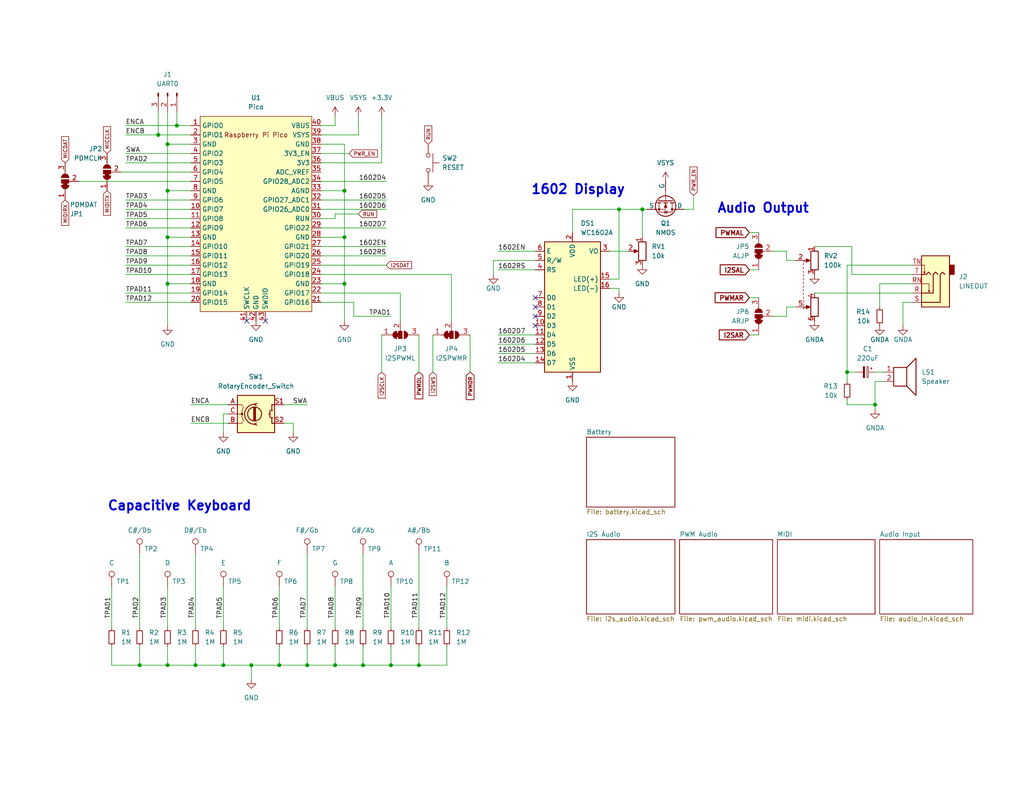
<source format=kicad_sch>
(kicad_sch (version 20230121) (generator eeschema)
  (paper "A")
  (title_block (title "pico_synth_sandbox") (date "2023-08-30") (rev "1") (comment 3 "dcdalrymple.com/picosynth/") (comment 4 "D Cooper Dalrymple"))
  (lib_symbols
    (symbol "Connector:Conn_01x03_Pin" (pin_names (offset 1.016) hide)
      (property "Reference" "J" (at 0 5.08 0))
      (property "Value" "Conn_01x03_Pin" (at 0 -5.08 0))
      (symbol "Conn_01x03_Pin_1_1"
        (polyline (pts (xy 1.27 -2.54) (xy 0.8636 -2.54)) (stroke (width 0.1524)))
        (polyline (pts (xy 1.27 0) (xy 0.8636 0)) (stroke (width 0.1524)))
        (polyline (pts (xy 1.27 2.54) (xy 0.8636 2.54)) (stroke (width 0.1524)))
        (rectangle (start 0.8636 -2.413) (end 0 -2.667) (stroke (width 0.1524)) (fill (type outline)))
        (rectangle (start 0.8636 0.127) (end 0 -0.127) (stroke (width 0.1524)) (fill (type outline)))
        (rectangle (start 0.8636 2.667) (end 0 2.413) (stroke (width 0.1524)) (fill (type outline)))
        (pin passive line (at 5.08 2.54 180) (length 3.81) (name "Pin_1") (number "1"))
        (pin passive line (at 5.08 0 180) (length 3.81) (name "Pin_2") (number "2"))
        (pin passive line (at 5.08 -2.54 180) (length 3.81) (name "Pin_3") (number "3"))
      )
    )
    (symbol "Connector:TestPoint" (pin_numbers hide) (pin_names (offset 0.762) hide)
      (property "Reference" "TP" (at 0 6.858 0))
      (property "Value" "TestPoint" (at 0 5.08 0))
      (symbol "TestPoint_0_1"
        (circle (center 0 3.302) (radius 0.762))
      )
      (symbol "TestPoint_1_1"
        (pin passive line (at 0 0 90) (length 2.54) (name "1") (number "1"))
      )
    )
    (symbol "Connector_Audio:AudioJack3_SwitchTR"
      (property "Reference" "J" (at 0 8.89 0))
      (property "Value" "AudioJack3_SwitchTR" (at 0 6.35 0))
      (symbol "AudioJack3_SwitchTR_0_1"
        (rectangle (start -5.08 -5.08) (end -6.35 -7.62) (stroke (width 0.254)) (fill (type outline)))
        (polyline (pts (xy 0.508 -0.254) (xy 0.762 -0.762)))
        (polyline (pts (xy 1.778 -5.334) (xy 2.032 -5.842)))
        (polyline (pts (xy 0 -5.08) (xy 0.635 -5.715) (xy 1.27 -5.08) (xy 2.54 -5.08)) (stroke (width 0.254)))
        (polyline (pts (xy 2.54 -7.62) (xy 1.778 -7.62) (xy 1.778 -5.334) (xy 1.524 -5.842)))
        (polyline (pts (xy 2.54 -2.54) (xy 0.508 -2.54) (xy 0.508 -0.254) (xy 0.254 -0.762)))
        (polyline (pts (xy -1.905 -5.08) (xy -1.27 -5.715) (xy -0.635 -5.08) (xy -0.635 0) (xy 2.54 0)) (stroke (width 0.254)))
        (polyline (pts (xy 2.54 2.54) (xy -2.54 2.54) (xy -2.54 -5.08) (xy -3.175 -5.715) (xy -3.81 -5.08)) (stroke (width 0.254)))
        (rectangle (start 2.54 3.81) (end -5.08 -10.16) (stroke (width 0.254)) (fill (type background)))
      )
      (symbol "AudioJack3_SwitchTR_1_1"
        (pin passive line (at 5.08 0 180) (length 2.54) (name "~") (number "R"))
        (pin passive line (at 5.08 -2.54 180) (length 2.54) (name "~") (number "RN"))
        (pin passive line (at 5.08 2.54 180) (length 2.54) (name "~") (number "S"))
        (pin passive line (at 5.08 -5.08 180) (length 2.54) (name "~") (number "T"))
        (pin passive line (at 5.08 -7.62 180) (length 2.54) (name "~") (number "TN"))
      )
    )
    (symbol "Device:C_Polarized_Small" (pin_numbers hide) (pin_names (offset 0.254) hide)
      (property "Reference" "C" (at 0.254 1.778 0))
      (property "Value" "C_Polarized_Small" (at 0.254 -2.032 0))
      (symbol "C_Polarized_Small_0_1"
        (rectangle (start -1.524 -0.3048) (end 1.524 -0.6858) (fill (type outline)))
        (rectangle (start -1.524 0.6858) (end 1.524 0.3048))
        (polyline (pts (xy -1.27 1.524) (xy -0.762 1.524)))
        (polyline (pts (xy -1.016 1.27) (xy -1.016 1.778)))
      )
      (symbol "C_Polarized_Small_1_1"
        (pin passive line (at 0 2.54 270) (length 1.8542) (name "~") (number "1"))
        (pin passive line (at 0 -2.54 90) (length 1.8542) (name "~") (number "2"))
      )
    )
    (symbol "Device:R_Potentiometer" (pin_names (offset 1.016) hide)
      (property "Reference" "RV" (at -4.445 0 90))
      (property "Value" "R_Potentiometer" (at -2.54 0 90))
      (symbol "R_Potentiometer_0_1"
        (polyline (pts (xy 2.54 0) (xy 1.524 0)))
        (polyline (pts (xy 1.143 0) (xy 2.286 0.508) (xy 2.286 -0.508) (xy 1.143 0)) (fill (type outline)))
        (rectangle (start 1.016 2.54) (end -1.016 -2.54) (stroke (width 0.254)))
      )
      (symbol "R_Potentiometer_1_1"
        (pin passive line (at 0 3.81 270) (length 1.27) (name "1") (number "1"))
        (pin passive line (at 3.81 0 180) (length 1.27) (name "2") (number "2"))
        (pin passive line (at 0 -3.81 90) (length 1.27) (name "3") (number "3"))
      )
    )
    (symbol "Device:R_Potentiometer_Dual" (pin_names (offset 1.016) hide)
      (property "Reference" "RV" (at 0 3.81 0))
      (property "Value" "R_Potentiometer_Dual" (at 0 1.905 0))
      (symbol "R_Potentiometer_Dual_0_1"
        (rectangle (start -8.89 -1.524) (end -3.81 -3.556) (stroke (width 0.254)))
        (polyline (pts (xy -6.35 0) (xy -6.35 -1.016)))
        (polyline (pts (xy -6.35 0) (xy -6.35 -1.016)))
        (polyline (pts (xy -6.35 0) (xy -5.842 0.508)))
        (polyline (pts (xy -5.588 0.508) (xy -5.08 0.508)))
        (polyline (pts (xy -4.572 0.508) (xy -4.064 0.508)))
        (polyline (pts (xy -3.556 0.508) (xy -3.048 0.508)))
        (polyline (pts (xy -2.54 0.508) (xy -2.032 0.508)))
        (polyline (pts (xy -1.524 0.508) (xy -1.016 0.508)))
        (polyline (pts (xy -0.508 0.508) (xy 0 0.508)))
        (polyline (pts (xy 0.508 0.508) (xy 1.016 0.508)))
        (polyline (pts (xy 1.524 0.508) (xy 2.032 0.508)))
        (polyline (pts (xy 2.54 0.508) (xy 3.048 0.508)))
        (polyline (pts (xy 3.556 0.508) (xy 4.064 0.508)))
        (polyline (pts (xy 4.572 0.508) (xy 5.08 0.508)))
        (polyline (pts (xy 5.588 0.508) (xy 6.096 0.508)))
        (polyline (pts (xy 6.35 0) (xy 6.35 -1.016)))
        (polyline (pts (xy 6.35 0) (xy 6.35 -1.016)))
        (polyline (pts (xy 6.604 0.508) (xy 6.858 0.508) (xy 6.35 0)))
        (polyline (pts (xy -6.35 -1.397) (xy -6.858 -0.254) (xy -5.842 -0.254) (xy -6.35 -1.397)) (fill (type outline)))
        (polyline (pts (xy 6.35 -1.397) (xy 5.842 -0.254) (xy 6.858 -0.254) (xy 6.35 -1.397)) (fill (type outline)))
        (rectangle (start 3.81 -1.524) (end 8.89 -3.556) (stroke (width 0.254)))
      )
      (symbol "R_Potentiometer_Dual_1_1"
        (pin passive line (at -10.16 -2.54 0) (length 1.27) (name "1") (number "1"))
        (pin passive line (at -6.35 2.54 270) (length 2.54) (name "2") (number "2"))
        (pin passive line (at -2.54 -2.54 180) (length 1.27) (name "3") (number "3"))
        (pin passive line (at 2.54 -2.54 0) (length 1.27) (name "4") (number "4"))
        (pin passive line (at 6.35 2.54 270) (length 2.54) (name "5") (number "5"))
        (pin passive line (at 10.16 -2.54 180) (length 1.27) (name "6") (number "6"))
      )
    )
    (symbol "Device:R_Small" (pin_numbers hide) (pin_names (offset 0.254) hide)
      (property "Reference" "R" (at 0.762 0.508 0))
      (property "Value" "R_Small" (at 0.762 -1.016 0))
      (symbol "R_Small_0_1"
        (rectangle (start -0.762 1.778) (end 0.762 -1.778) (stroke (width 0.2032)))
      )
      (symbol "R_Small_1_1"
        (pin passive line (at 0 2.54 270) (length 0.762) (name "~") (number "1"))
        (pin passive line (at 0 -2.54 90) (length 0.762) (name "~") (number "2"))
      )
    )
    (symbol "Device:RotaryEncoder_Switch" (pin_names (offset 0.254) hide)
      (property "Reference" "SW" (at 0 6.604 0))
      (property "Value" "RotaryEncoder_Switch" (at 0 -6.604 0))
      (symbol "RotaryEncoder_Switch_0_1"
        (rectangle (start -5.08 5.08) (end 5.08 -5.08) (stroke (width 0.254)) (fill (type background)))
        (circle (center -3.81 0) (radius 0.254) (fill (type outline)))
        (circle (center -0.381 0) (radius 1.905) (stroke (width 0.254)))
        (arc (start -0.381 2.667) (mid -3.0988 -0.0635) (end -0.381 -2.794) (stroke (width 0.254)))
        (polyline (pts (xy -0.635 -1.778) (xy -0.635 1.778)) (stroke (width 0.254)))
        (polyline (pts (xy -0.381 -1.778) (xy -0.381 1.778)) (stroke (width 0.254)))
        (polyline (pts (xy -0.127 1.778) (xy -0.127 -1.778)) (stroke (width 0.254)))
        (polyline (pts (xy 3.81 0) (xy 3.429 0)) (stroke (width 0.254)))
        (polyline (pts (xy 3.81 1.016) (xy 3.81 -1.016)) (stroke (width 0.254)))
        (polyline (pts (xy -5.08 -2.54) (xy -3.81 -2.54) (xy -3.81 -2.032)))
        (polyline (pts (xy -5.08 2.54) (xy -3.81 2.54) (xy -3.81 2.032)))
        (polyline (pts (xy 0.254 -3.048) (xy -0.508 -2.794) (xy 0.127 -2.413)) (stroke (width 0.254)))
        (polyline (pts (xy 0.254 2.921) (xy -0.508 2.667) (xy 0.127 2.286)) (stroke (width 0.254)))
        (polyline (pts (xy 5.08 -2.54) (xy 4.318 -2.54) (xy 4.318 -1.016)) (stroke (width 0.254)))
        (polyline (pts (xy 5.08 2.54) (xy 4.318 2.54) (xy 4.318 1.016)) (stroke (width 0.254)))
        (polyline (pts (xy -5.08 0) (xy -3.81 0) (xy -3.81 -1.016) (xy -3.302 -2.032)))
        (polyline (pts (xy -4.318 0) (xy -3.81 0) (xy -3.81 1.016) (xy -3.302 2.032)))
        (circle (center 4.318 -1.016) (radius 0.127) (stroke (width 0.254)))
        (circle (center 4.318 1.016) (radius 0.127) (stroke (width 0.254)))
      )
      (symbol "RotaryEncoder_Switch_1_1"
        (pin passive line (at -7.62 2.54 0) (length 2.54) (name "A") (number "A"))
        (pin passive line (at -7.62 -2.54 0) (length 2.54) (name "B") (number "B"))
        (pin passive line (at -7.62 0 0) (length 2.54) (name "C") (number "C"))
        (pin passive line (at 7.62 2.54 180) (length 2.54) (name "S1") (number "S1"))
        (pin passive line (at 7.62 -2.54 180) (length 2.54) (name "S2") (number "S2"))
      )
    )
    (symbol "Device:Speaker" (pin_names (offset 0) hide)
      (property "Reference" "LS" (at 1.27 5.715 0))
      (property "Value" "Speaker" (at 1.27 3.81 0))
      (symbol "Speaker_0_0"
        (rectangle (start -2.54 1.27) (end 1.016 -3.81) (stroke (width 0.254)))
        (polyline (pts (xy 1.016 1.27) (xy 3.556 3.81) (xy 3.556 -6.35) (xy 1.016 -3.81)) (stroke (width 0.254)))
      )
      (symbol "Speaker_1_1"
        (pin input line (at -5.08 0 0) (length 2.54) (name "1") (number "1"))
        (pin input line (at -5.08 -2.54 0) (length 2.54) (name "2") (number "2"))
      )
    )
    (symbol "Display_Character:WC1602A"
      (property "Reference" "DS" (at -5.842 19.05 0))
      (property "Value" "WC1602A" (at 5.334 19.05 0))
      (symbol "WC1602A_1_1"
        (rectangle (start -7.62 17.78) (end 7.62 -17.78) (stroke (width 0.254)) (fill (type background)))
        (pin power_in line (at 0 -20.32 90) (length 2.54) (name "VSS") (number "1"))
        (pin input line (at -10.16 -5.08 0) (length 2.54) (name "D3") (number "10"))
        (pin input line (at -10.16 -7.62 0) (length 2.54) (name "D4") (number "11"))
        (pin input line (at -10.16 -10.16 0) (length 2.54) (name "D5") (number "12"))
        (pin input line (at -10.16 -12.7 0) (length 2.54) (name "D6") (number "13"))
        (pin input line (at -10.16 -15.24 0) (length 2.54) (name "D7") (number "14"))
        (pin power_in line (at 10.16 7.62 180) (length 2.54) (name "LED(+)") (number "15"))
        (pin power_in line (at 10.16 5.08 180) (length 2.54) (name "LED(-)") (number "16"))
        (pin power_in line (at 0 20.32 270) (length 2.54) (name "VDD") (number "2"))
        (pin input line (at 10.16 15.24 180) (length 2.54) (name "VO") (number "3"))
        (pin input line (at -10.16 10.16 0) (length 2.54) (name "RS") (number "4"))
        (pin input line (at -10.16 12.7 0) (length 2.54) (name "R/W") (number "5"))
        (pin input line (at -10.16 15.24 0) (length 2.54) (name "E") (number "6"))
        (pin input line (at -10.16 2.54 0) (length 2.54) (name "D0") (number "7"))
        (pin input line (at -10.16 0 0) (length 2.54) (name "D1") (number "8"))
        (pin input line (at -10.16 -2.54 0) (length 2.54) (name "D2") (number "9"))
      )
    )
    (symbol "Jumper:SolderJumper_3_Bridged12" (pin_names (offset 0) hide)
      (property "Reference" "JP" (at -2.54 -2.54 0))
      (property "Value" "SolderJumper_3_Bridged12" (at 0 2.794 0))
      (symbol "SolderJumper_3_Bridged12_0_1"
        (rectangle (start -1.016 0.508) (end -0.508 -0.508) (fill (type outline)))
        (arc (start -1.016 1.016) (mid -2.0276 0) (end -1.016 -1.016))
        (arc (start -1.016 1.016) (mid -2.0276 0) (end -1.016 -1.016) (fill (type outline)))
        (rectangle (start -0.508 1.016) (end 0.508 -1.016) (fill (type outline)))
        (polyline (pts (xy -2.54 0) (xy -2.032 0)))
        (polyline (pts (xy -1.016 1.016) (xy -1.016 -1.016)))
        (polyline (pts (xy 0 -1.27) (xy 0 -1.016)))
        (polyline (pts (xy 1.016 1.016) (xy 1.016 -1.016)))
        (polyline (pts (xy 2.54 0) (xy 2.032 0)))
        (arc (start 1.016 -1.016) (mid 2.0276 0) (end 1.016 1.016))
        (arc (start 1.016 -1.016) (mid 2.0276 0) (end 1.016 1.016) (fill (type outline)))
      )
      (symbol "SolderJumper_3_Bridged12_1_1"
        (pin passive line (at -5.08 0 0) (length 2.54) (name "A") (number "1"))
        (pin passive line (at 0 -3.81 90) (length 2.54) (name "C") (number "2"))
        (pin passive line (at 5.08 0 180) (length 2.54) (name "B") (number "3"))
      )
    )
    (symbol "MCU_RaspberryPi_and_Boards:Pico"
      (property "Reference" "U" (at -13.97 27.94 0))
      (property "Value" "Pico" (at 0 19.05 0))
      (symbol "Pico_0_0"
        (text "Raspberry Pi Pico" (at 0 21.59 0) (effects (font (size 1.27 1.27))))
      )
      (symbol "Pico_0_1"
        (rectangle (start -15.24 26.67) (end 15.24 -26.67) (fill (type background)))
      )
      (symbol "Pico_1_1"
        (pin bidirectional line (at -17.78 24.13 0) (length 2.54) (name "GPIO0") (number "1"))
        (pin bidirectional line (at -17.78 1.27 0) (length 2.54) (name "GPIO7") (number "10"))
        (pin bidirectional line (at -17.78 -1.27 0) (length 2.54) (name "GPIO8") (number "11"))
        (pin bidirectional line (at -17.78 -3.81 0) (length 2.54) (name "GPIO9") (number "12"))
        (pin power_in line (at -17.78 -6.35 0) (length 2.54) (name "GND") (number "13"))
        (pin bidirectional line (at -17.78 -8.89 0) (length 2.54) (name "GPIO10") (number "14"))
        (pin bidirectional line (at -17.78 -11.43 0) (length 2.54) (name "GPIO11") (number "15"))
        (pin bidirectional line (at -17.78 -13.97 0) (length 2.54) (name "GPIO12") (number "16"))
        (pin bidirectional line (at -17.78 -16.51 0) (length 2.54) (name "GPIO13") (number "17"))
        (pin power_in line (at -17.78 -19.05 0) (length 2.54) (name "GND") (number "18"))
        (pin bidirectional line (at -17.78 -21.59 0) (length 2.54) (name "GPIO14") (number "19"))
        (pin bidirectional line (at -17.78 21.59 0) (length 2.54) (name "GPIO1") (number "2"))
        (pin bidirectional line (at -17.78 -24.13 0) (length 2.54) (name "GPIO15") (number "20"))
        (pin bidirectional line (at 17.78 -24.13 180) (length 2.54) (name "GPIO16") (number "21"))
        (pin bidirectional line (at 17.78 -21.59 180) (length 2.54) (name "GPIO17") (number "22"))
        (pin power_in line (at 17.78 -19.05 180) (length 2.54) (name "GND") (number "23"))
        (pin bidirectional line (at 17.78 -16.51 180) (length 2.54) (name "GPIO18") (number "24"))
        (pin bidirectional line (at 17.78 -13.97 180) (length 2.54) (name "GPIO19") (number "25"))
        (pin bidirectional line (at 17.78 -11.43 180) (length 2.54) (name "GPIO20") (number "26"))
        (pin bidirectional line (at 17.78 -8.89 180) (length 2.54) (name "GPIO21") (number "27"))
        (pin power_in line (at 17.78 -6.35 180) (length 2.54) (name "GND") (number "28"))
        (pin bidirectional line (at 17.78 -3.81 180) (length 2.54) (name "GPIO22") (number "29"))
        (pin power_in line (at -17.78 19.05 0) (length 2.54) (name "GND") (number "3"))
        (pin input line (at 17.78 -1.27 180) (length 2.54) (name "RUN") (number "30"))
        (pin bidirectional line (at 17.78 1.27 180) (length 2.54) (name "GPIO26_ADC0") (number "31"))
        (pin bidirectional line (at 17.78 3.81 180) (length 2.54) (name "GPIO27_ADC1") (number "32"))
        (pin power_in line (at 17.78 6.35 180) (length 2.54) (name "AGND") (number "33"))
        (pin bidirectional line (at 17.78 8.89 180) (length 2.54) (name "GPIO28_ADC2") (number "34"))
        (pin power_in line (at 17.78 11.43 180) (length 2.54) (name "ADC_VREF") (number "35"))
        (pin power_in line (at 17.78 13.97 180) (length 2.54) (name "3V3") (number "36"))
        (pin input line (at 17.78 16.51 180) (length 2.54) (name "3V3_EN") (number "37"))
        (pin bidirectional line (at 17.78 19.05 180) (length 2.54) (name "GND") (number "38"))
        (pin power_in line (at 17.78 21.59 180) (length 2.54) (name "VSYS") (number "39"))
        (pin bidirectional line (at -17.78 16.51 0) (length 2.54) (name "GPIO2") (number "4"))
        (pin power_in line (at 17.78 24.13 180) (length 2.54) (name "VBUS") (number "40"))
        (pin input line (at -2.54 -29.21 90) (length 2.54) (name "SWCLK") (number "41"))
        (pin power_in line (at 0 -29.21 90) (length 2.54) (name "GND") (number "42"))
        (pin bidirectional line (at 2.54 -29.21 90) (length 2.54) (name "SWDIO") (number "43"))
        (pin bidirectional line (at -17.78 13.97 0) (length 2.54) (name "GPIO3") (number "5"))
        (pin bidirectional line (at -17.78 11.43 0) (length 2.54) (name "GPIO4") (number "6"))
        (pin bidirectional line (at -17.78 8.89 0) (length 2.54) (name "GPIO5") (number "7"))
        (pin power_in line (at -17.78 6.35 0) (length 2.54) (name "GND") (number "8"))
        (pin bidirectional line (at -17.78 3.81 0) (length 2.54) (name "GPIO6") (number "9"))
      )
    )
    (symbol "Simulation_SPICE:NMOS" (pin_numbers hide) (pin_names (offset 0))
      (property "Reference" "Q" (at 5.08 1.27 0))
      (property "Value" "NMOS" (at 5.08 -1.27 0))
      (symbol "NMOS_0_1"
        (polyline (pts (xy 0.254 0) (xy -2.54 0)))
        (polyline (pts (xy 0.254 1.905) (xy 0.254 -1.905)) (stroke (width 0.254)))
        (polyline (pts (xy 0.762 -1.27) (xy 0.762 -2.286)) (stroke (width 0.254)))
        (polyline (pts (xy 0.762 0.508) (xy 0.762 -0.508)) (stroke (width 0.254)))
        (polyline (pts (xy 0.762 2.286) (xy 0.762 1.27)) (stroke (width 0.254)))
        (polyline (pts (xy 2.54 2.54) (xy 2.54 1.778)))
        (polyline (pts (xy 2.54 -2.54) (xy 2.54 0) (xy 0.762 0)))
        (polyline (pts (xy 0.762 -1.778) (xy 3.302 -1.778) (xy 3.302 1.778) (xy 0.762 1.778)))
        (polyline (pts (xy 1.016 0) (xy 2.032 0.381) (xy 2.032 -0.381) (xy 1.016 0)) (fill (type outline)))
        (polyline (pts (xy 2.794 0.508) (xy 2.921 0.381) (xy 3.683 0.381) (xy 3.81 0.254)))
        (polyline (pts (xy 3.302 0.381) (xy 2.921 -0.254) (xy 3.683 -0.254) (xy 3.302 0.381)))
        (circle (center 1.651 0) (radius 2.794) (stroke (width 0.254)))
        (circle (center 2.54 -1.778) (radius 0.254) (fill (type outline)))
        (circle (center 2.54 1.778) (radius 0.254) (fill (type outline)))
      )
      (symbol "NMOS_1_1"
        (pin passive line (at 2.54 5.08 270) (length 2.54) (name "D") (number "1"))
        (pin input line (at -5.08 0 0) (length 2.54) (name "G") (number "2"))
        (pin passive line (at 2.54 -5.08 90) (length 2.54) (name "S") (number "3"))
      )
    )
    (symbol "Switch:SW_Push" (pin_numbers hide) (pin_names (offset 1.016) hide)
      (property "Reference" "SW" (at 1.27 2.54 0))
      (property "Value" "SW_Push" (at 0 -1.524 0))
      (symbol "SW_Push_0_1"
        (circle (center -2.032 0) (radius 0.508))
        (polyline (pts (xy 0 1.27) (xy 0 3.048)))
        (polyline (pts (xy 2.54 1.27) (xy -2.54 1.27)))
        (circle (center 2.032 0) (radius 0.508))
        (pin passive line (at -5.08 0 0) (length 2.54) (name "1") (number "1"))
        (pin passive line (at 5.08 0 180) (length 2.54) (name "2") (number "2"))
      )
    )
    (symbol "pico_synth_sandbox:VSYS" (power) (pin_names (offset 0))
      (property "Value" "VSYS" (at 0 3.81 0))
      (symbol "VSYS_0_1"
        (polyline (pts (xy -0.762 1.27) (xy 0 2.54)))
        (polyline (pts (xy 0 0) (xy 0 2.54)))
        (polyline (pts (xy 0 2.54) (xy 0.762 1.27)))
      )
      (symbol "VSYS_1_1"
        (pin power_in line (at 0 0 90) (length 0) hide (name "VSYS") (number "1"))
      )
    )
    (symbol "power:+3.3V" (power) (pin_names (offset 0))
      (property "Value" "+3.3V" (at 0 3.556 0))
      (symbol "+3.3V_0_1"
        (polyline (pts (xy -0.762 1.27) (xy 0 2.54)))
        (polyline (pts (xy 0 0) (xy 0 2.54)))
        (polyline (pts (xy 0 2.54) (xy 0.762 1.27)))
      )
      (symbol "+3.3V_1_1"
        (pin power_in line (at 0 0 90) (length 0) hide (name "+3.3V") (number "1"))
      )
    )
    (symbol "power:GND" (power) (pin_names (offset 0))
      (property "Value" "GND" (at 0 -3.81 0))
      (symbol "GND_0_1"
        (polyline (pts (xy 0 0) (xy 0 -1.27) (xy 1.27 -1.27) (xy 0 -2.54) (xy -1.27 -1.27) (xy 0 -1.27)))
      )
      (symbol "GND_1_1"
        (pin power_in line (at 0 0 270) (length 0) hide (name "GND") (number "1"))
      )
    )
    (symbol "power:GNDA" (power) (pin_names (offset 0))
      (property "Value" "GNDA" (at 0 -3.81 0))
      (symbol "GNDA_0_1"
        (polyline (pts (xy 0 0) (xy 0 -1.27) (xy 1.27 -1.27) (xy 0 -2.54) (xy -1.27 -1.27) (xy 0 -1.27)))
      )
      (symbol "GNDA_1_1"
        (pin power_in line (at 0 0 270) (length 0) hide (name "GNDA") (number "1"))
      )
    )
    (symbol "power:VBUS" (power) (pin_names (offset 0))
      (property "Value" "VBUS" (at 0 3.81 0))
      (symbol "VBUS_0_1"
        (polyline (pts (xy -0.762 1.27) (xy 0 2.54)))
        (polyline (pts (xy 0 0) (xy 0 2.54)))
        (polyline (pts (xy 0 2.54) (xy 0.762 1.27)))
      )
      (symbol "VBUS_1_1"
        (pin power_in line (at 0 0 90) (length 0) hide (name "VBUS") (number "1"))
      )
    )
  )
  (junction (at 91.44 181.61))
  (junction (at 53.34 181.61))
  (junction (at 83.82 181.61))
  (junction (at 45.72 39.37))
  (junction (at 38.1 181.61))
  (junction (at 76.2 181.61))
  (junction (at 106.68 181.61))
  (junction (at 99.06 181.61))
  (junction (at 93.98 64.77))
  (junction (at 43.18 36.83))
  (junction (at 45.72 64.77))
  (junction (at 114.3 181.61))
  (junction (at 45.72 77.47))
  (junction (at 168.91 57.15))
  (junction (at 45.72 181.61))
  (junction (at 93.98 77.47))
  (junction (at 238.76 110.49))
  (junction (at 68.58 181.61))
  (junction (at 231.14 101.6))
  (junction (at 175.26 57.15))
  (junction (at 45.72 52.07))
  (junction (at 60.96 181.61))
  (junction (at 93.98 52.07))
  (junction (at 48.26 34.29))
  (no_connect (at 146.05 88.9))
  (no_connect (at 146.05 86.36))
  (no_connect (at 146.05 81.28))
  (no_connect (at 72.39 87.63))
  (no_connect (at 67.31 87.63))
  (no_connect (at 146.05 83.82))
  (wire (pts (xy 248.92 82.55) (xy 246.38 82.55)))
  (wire (pts (xy 231.14 110.49) (xy 238.76 110.49)))
  (wire (pts (xy 87.63 67.31) (xy 105.41 67.31)))
  (wire (pts (xy 87.63 41.91) (xy 95.25 41.91)))
  (wire (pts (xy 166.37 68.58) (xy 171.45 68.58)))
  (wire (pts (xy 34.29 36.83) (xy 43.18 36.83)))
  (wire (pts (xy 104.14 44.45) (xy 87.63 44.45)))
  (wire (pts (xy 91.44 58.42) (xy 91.44 59.69)))
  (wire (pts (xy 231.14 101.6) (xy 231.14 104.14)))
  (wire (pts (xy 204.47 63.5) (xy 207.01 63.5)))
  (wire (pts (xy 176.53 57.15) (xy 175.26 57.15)))
  (wire (pts (xy 135.89 68.58) (xy 146.05 68.58)))
  (wire (pts (xy 52.07 77.47) (xy 45.72 77.47)))
  (wire (pts (xy 30.48 181.61) (xy 38.1 181.61)))
  (wire (pts (xy 210.82 68.58) (xy 214.63 68.58)))
  (wire (pts (xy 43.18 30.48) (xy 43.18 36.83)))
  (wire (pts (xy 210.82 86.36) (xy 214.63 86.36)))
  (wire (pts (xy 34.29 69.85) (xy 52.07 69.85)))
  (wire (pts (xy 99.06 176.53) (xy 99.06 181.61)))
  (wire (pts (xy 48.26 30.48) (xy 48.26 34.29)))
  (wire (pts (xy 77.47 110.49) (xy 83.82 110.49)))
  (wire (pts (xy 214.63 68.58) (xy 214.63 71.12)))
  (wire (pts (xy 231.14 109.22) (xy 231.14 110.49)))
  (wire (pts (xy 60.96 176.53) (xy 60.96 181.61)))
  (wire (pts (xy 232.41 74.93) (xy 248.92 74.93)))
  (wire (pts (xy 87.63 72.39) (xy 105.41 72.39)))
  (wire (pts (xy 248.92 72.39) (xy 231.14 72.39)))
  (wire (pts (xy 118.11 91.44) (xy 118.11 101.6)))
  (wire (pts (xy 53.34 171.45) (xy 53.34 151.13)))
  (wire (pts (xy 214.63 71.12) (xy 217.17 71.12)))
  (wire (pts (xy 45.72 39.37) (xy 45.72 52.07)))
  (wire (pts (xy 87.63 34.29) (xy 91.44 34.29)))
  (wire (pts (xy 45.72 181.61) (xy 53.34 181.61)))
  (wire (pts (xy 91.44 171.45) (xy 91.44 160.02)))
  (wire (pts (xy 135.89 96.52) (xy 146.05 96.52)))
  (wire (pts (xy 87.63 64.77) (xy 93.98 64.77)))
  (wire (pts (xy 166.37 78.74) (xy 168.91 78.74)))
  (wire (pts (xy 204.47 73.66) (xy 207.01 73.66)))
  (wire (pts (xy 87.63 54.61) (xy 105.41 54.61)))
  (wire (pts (xy 156.21 57.15) (xy 156.21 63.5)))
  (wire (pts (xy 45.72 171.45) (xy 45.72 160.02)))
  (wire (pts (xy 214.63 86.36) (xy 214.63 83.82)))
  (wire (pts (xy 222.25 80.01) (xy 248.92 80.01)))
  (wire (pts (xy 87.63 82.55) (xy 96.52 82.55)))
  (wire (pts (xy 248.92 77.47) (xy 240.03 77.47)))
  (wire (pts (xy 175.26 57.15) (xy 175.26 64.77)))
  (wire (pts (xy 87.63 57.15) (xy 105.41 57.15)))
  (wire (pts (xy 222.25 67.31) (xy 232.41 67.31)))
  (wire (pts (xy 97.79 36.83) (xy 87.63 36.83)))
  (wire (pts (xy 87.63 49.53) (xy 105.41 49.53)))
  (wire (pts (xy 77.47 115.57) (xy 80.01 115.57)))
  (wire (pts (xy 168.91 57.15) (xy 168.91 76.2)))
  (wire (pts (xy 189.23 57.15) (xy 186.69 57.15)))
  (wire (pts (xy 135.89 99.06) (xy 146.05 99.06)))
  (wire (pts (xy 99.06 181.61) (xy 106.68 181.61)))
  (wire (pts (xy 53.34 176.53) (xy 53.34 181.61)))
  (wire (pts (xy 91.44 176.53) (xy 91.44 181.61)))
  (wire (pts (xy 87.63 74.93) (xy 123.19 74.93)))
  (wire (pts (xy 76.2 181.61) (xy 83.82 181.61)))
  (wire (pts (xy 38.1 176.53) (xy 38.1 181.61)))
  (wire (pts (xy 109.22 80.01) (xy 109.22 87.63)))
  (wire (pts (xy 45.72 30.48) (xy 45.72 39.37)))
  (wire (pts (xy 52.07 110.49) (xy 62.23 110.49)))
  (wire (pts (xy 62.23 113.03) (xy 60.96 113.03)))
  (wire (pts (xy 93.98 39.37) (xy 93.98 52.07)))
  (wire (pts (xy 52.07 52.07) (xy 45.72 52.07)))
  (wire (pts (xy 204.47 81.28) (xy 207.01 81.28)))
  (wire (pts (xy 168.91 78.74) (xy 168.91 80.01)))
  (wire (pts (xy 104.14 31.75) (xy 104.14 44.45)))
  (wire (pts (xy 246.38 82.55) (xy 246.38 88.9)))
  (wire (pts (xy 45.72 52.07) (xy 45.72 64.77)))
  (wire (pts (xy 189.23 53.34) (xy 189.23 57.15)))
  (wire (pts (xy 48.26 34.29) (xy 52.07 34.29)))
  (wire (pts (xy 106.68 176.53) (xy 106.68 181.61)))
  (wire (pts (xy 93.98 77.47) (xy 93.98 87.63)))
  (wire (pts (xy 68.58 181.61) (xy 76.2 181.61)))
  (wire (pts (xy 91.44 181.61) (xy 99.06 181.61)))
  (wire (pts (xy 34.29 72.39) (xy 52.07 72.39)))
  (wire (pts (xy 34.29 59.69) (xy 52.07 59.69)))
  (wire (pts (xy 123.19 74.93) (xy 123.19 87.63)))
  (wire (pts (xy 34.29 62.23) (xy 52.07 62.23)))
  (wire (pts (xy 38.1 181.61) (xy 45.72 181.61)))
  (wire (pts (xy 114.3 176.53) (xy 114.3 181.61)))
  (wire (pts (xy 175.26 57.15) (xy 168.91 57.15)))
  (wire (pts (xy 233.68 101.6) (xy 231.14 101.6)))
  (wire (pts (xy 76.2 160.02) (xy 76.2 171.45)))
  (wire (pts (xy 121.92 171.45) (xy 121.92 160.02)))
  (wire (pts (xy 52.07 64.77) (xy 45.72 64.77)))
  (wire (pts (xy 80.01 115.57) (xy 80.01 118.11)))
  (wire (pts (xy 45.72 77.47) (xy 45.72 88.9)))
  (wire (pts (xy 76.2 176.53) (xy 76.2 181.61)))
  (wire (pts (xy 93.98 52.07) (xy 93.98 64.77)))
  (wire (pts (xy 166.37 76.2) (xy 168.91 76.2)))
  (wire (pts (xy 30.48 171.45) (xy 30.48 160.02)))
  (wire (pts (xy 168.91 57.15) (xy 156.21 57.15)))
  (wire (pts (xy 87.63 62.23) (xy 105.41 62.23)))
  (wire (pts (xy 52.07 115.57) (xy 62.23 115.57)))
  (wire (pts (xy 99.06 171.45) (xy 99.06 151.13)))
  (wire (pts (xy 38.1 171.45) (xy 38.1 151.13)))
  (wire (pts (xy 45.72 64.77) (xy 45.72 77.47)))
  (wire (pts (xy 91.44 59.69) (xy 87.63 59.69)))
  (wire (pts (xy 83.82 176.53) (xy 83.82 181.61)))
  (wire (pts (xy 68.58 181.61) (xy 68.58 185.42)))
  (wire (pts (xy 34.29 41.91) (xy 52.07 41.91)))
  (wire (pts (xy 34.29 82.55) (xy 52.07 82.55)))
  (wire (pts (xy 91.44 34.29) (xy 91.44 31.75)))
  (wire (pts (xy 83.82 171.45) (xy 83.82 151.13)))
  (wire (pts (xy 121.92 181.61) (xy 121.92 176.53)))
  (wire (pts (xy 128.27 91.44) (xy 128.27 101.6)))
  (wire (pts (xy 240.03 77.47) (xy 240.03 83.82)))
  (wire (pts (xy 34.29 74.93) (xy 52.07 74.93)))
  (wire (pts (xy 232.41 67.31) (xy 232.41 74.93)))
  (wire (pts (xy 135.89 73.66) (xy 146.05 73.66)))
  (wire (pts (xy 96.52 86.36) (xy 106.68 86.36)))
  (wire (pts (xy 238.76 101.6) (xy 241.3 101.6)))
  (wire (pts (xy 134.62 71.12) (xy 146.05 71.12)))
  (wire (pts (xy 231.14 72.39) (xy 231.14 101.6)))
  (wire (pts (xy 34.29 80.01) (xy 52.07 80.01)))
  (wire (pts (xy 135.89 91.44) (xy 146.05 91.44)))
  (wire (pts (xy 30.48 176.53) (xy 30.48 181.61)))
  (wire (pts (xy 238.76 104.14) (xy 238.76 110.49)))
  (wire (pts (xy 241.3 104.14) (xy 238.76 104.14)))
  (wire (pts (xy 87.63 52.07) (xy 93.98 52.07)))
  (wire (pts (xy 34.29 54.61) (xy 52.07 54.61)))
  (wire (pts (xy 60.96 181.61) (xy 68.58 181.61)))
  (wire (pts (xy 106.68 171.45) (xy 106.68 160.02)))
  (wire (pts (xy 135.89 93.98) (xy 146.05 93.98)))
  (wire (pts (xy 87.63 77.47) (xy 93.98 77.47)))
  (wire (pts (xy 97.79 31.75) (xy 97.79 36.83)))
  (wire (pts (xy 34.29 67.31) (xy 52.07 67.31)))
  (wire (pts (xy 114.3 91.44) (xy 114.3 101.6)))
  (wire (pts (xy 204.47 91.44) (xy 207.01 91.44)))
  (wire (pts (xy 34.29 34.29) (xy 48.26 34.29)))
  (wire (pts (xy 53.34 181.61) (xy 60.96 181.61)))
  (wire (pts (xy 83.82 181.61) (xy 91.44 181.61)))
  (wire (pts (xy 33.02 46.99) (xy 52.07 46.99)))
  (wire (pts (xy 104.14 91.44) (xy 104.14 101.6)))
  (wire (pts (xy 52.07 39.37) (xy 45.72 39.37)))
  (wire (pts (xy 87.63 39.37) (xy 93.98 39.37)))
  (wire (pts (xy 87.63 69.85) (xy 105.41 69.85)))
  (wire (pts (xy 238.76 110.49) (xy 238.76 111.76)))
  (wire (pts (xy 106.68 181.61) (xy 114.3 181.61)))
  (wire (pts (xy 34.29 44.45) (xy 52.07 44.45)))
  (wire (pts (xy 60.96 171.45) (xy 60.96 160.02)))
  (wire (pts (xy 214.63 83.82) (xy 217.17 83.82)))
  (wire (pts (xy 87.63 80.01) (xy 109.22 80.01)))
  (wire (pts (xy 43.18 36.83) (xy 52.07 36.83)))
  (wire (pts (xy 134.62 74.93) (xy 134.62 71.12)))
  (wire (pts (xy 60.96 113.03) (xy 60.96 118.11)))
  (wire (pts (xy 114.3 181.61) (xy 121.92 181.61)))
  (wire (pts (xy 93.98 64.77) (xy 93.98 77.47)))
  (wire (pts (xy 45.72 176.53) (xy 45.72 181.61)))
  (wire (pts (xy 21.59 49.53) (xy 52.07 49.53)))
  (wire (pts (xy 97.79 58.42) (xy 91.44 58.42)))
  (wire (pts (xy 114.3 171.45) (xy 114.3 151.13)))
  (wire (pts (xy 96.52 82.55) (xy 96.52 86.36)))
  (wire (pts (xy 34.29 57.15) (xy 52.07 57.15)))
  (text "1602 Display" (at 144.78 53.34 0) (effects (font (size 2.54 2.54) (thickness 0.508) bold) (justify left bottom)))
  (text "Audio Output" (at 195.58 58.42 0) (effects (font (size 2.54 2.54) (thickness 0.508) bold) (justify left bottom)))
  (text "Capacitive Keyboard" (at 29.21 139.7 0) (effects (font (size 2.54 2.54) (thickness 0.508) bold) (justify left bottom)))
  (label "1602D4" (at 135.89 99.06 0))
  (label "1602EN" (at 135.89 68.58 0))
  (label "TPAD3" (at 45.72 168.91 90))
  (label "TPAD8" (at 91.44 168.91 90))
  (label "TPAD3" (at 34.29 54.61 0))
  (label "TPAD9" (at 34.29 72.39 0))
  (label "TPAD1" (at 106.68 86.36 180))
  (label "ENCA" (at 52.07 110.49 0))
  (label "TPAD2" (at 38.1 168.91 90))
  (label "TPAD4" (at 53.34 168.91 90))
  (label "1602D5" (at 105.41 54.61 180))
  (label "TPAD12" (at 34.29 82.55 0))
  (label "1602EN" (at 105.41 67.31 180))
  (label "SWA" (at 34.29 41.91 0))
  (label "SWA" (at 83.82 110.49 180))
  (label "TPAD5" (at 60.96 168.91 90))
  (label "1602D4" (at 105.41 49.53 180))
  (label "TPAD2" (at 34.29 44.45 0))
  (label "ENCA" (at 34.29 34.29 0))
  (label "1602D6" (at 135.89 93.98 0))
  (label "TPAD10" (at 106.68 168.91 90))
  (label "TPAD9" (at 99.06 168.91 90))
  (label "TPAD7" (at 34.29 67.31 0))
  (label "TPAD8" (at 34.29 69.85 0))
  (label "1602D7" (at 105.41 62.23 180))
  (label "1602D5" (at 135.89 96.52 0))
  (label "ENCB" (at 34.29 36.83 0))
  (label "TPAD4" (at 34.29 57.15 0))
  (label "1602D7" (at 135.89 91.44 0))
  (label "TPAD12" (at 121.92 168.91 90))
  (label "TPAD6" (at 34.29 62.23 0))
  (label "TPAD10" (at 34.29 74.93 0))
  (label "TPAD5" (at 34.29 59.69 0))
  (label "TPAD7" (at 83.82 168.91 90))
  (label "1602RS" (at 105.41 69.85 180))
  (label "TPAD6" (at 76.2 168.91 90))
  (label "1602RS" (at 135.89 73.66 0))
  (label "1602D6" (at 105.41 57.15 180))
  (label "TPAD11" (at 34.29 80.01 0))
  (label "TPAD11" (at 114.3 168.91 90))
  (label "TPAD1" (at 30.48 168.91 90))
  (label "ENCB" (at 52.07 115.57 0))
  (global_label "MICDAT" (shape input) (at 17.78 44.45 90) (effects (font (size 1 1))) (property "Intersheetrefs" "${INTERSHEET_REFS}" (effects hide)))
  (global_label "PWR_EN" (shape input) (at 95.25 41.91 0) (effects (font (size 1 1))) (property "Intersheetrefs" "${INTERSHEET_REFS}" (effects hide)))
  (global_label "I2SCLK" (shape input) (at 104.14 101.6 270) (effects (font (size 1 1))) (property "Intersheetrefs" "${INTERSHEET_REFS}" (effects hide)))
  (global_label "I2SAR" (shape input) (at 204.47 91.44 180) (effects (font bold)) (property "Intersheetrefs" "${INTERSHEET_REFS}" (effects hide)))
  (global_label "I2SWS" (shape input) (at 118.11 101.6 270) (effects (font (size 1 1))) (property "Intersheetrefs" "${INTERSHEET_REFS}" (effects hide)))
  (global_label "MIDIRX" (shape input) (at 17.78 54.61 270) (effects (font (size 1 1))) (property "Intersheetrefs" "${INTERSHEET_REFS}" (effects hide)))
  (global_label "PWMDR" (shape input) (at 128.27 101.6 270) (effects (font (size 1 1) bold)) (property "Intersheetrefs" "${INTERSHEET_REFS}" (effects hide)))
  (global_label "RUN" (shape input) (at 97.79 58.42 0) (effects (font (size 1 1))) (property "Intersheetrefs" "${INTERSHEET_REFS}" (effects hide)))
  (global_label "PWR_EN" (shape input) (at 189.23 53.34 90) (effects (font (size 1 1))) (property "Intersheetrefs" "${INTERSHEET_REFS}" (effects hide)))
  (global_label "PWMAL" (shape input) (at 204.47 63.5 180) (effects (font bold)) (property "Intersheetrefs" "${INTERSHEET_REFS}" (effects hide)))
  (global_label "I2SAL" (shape input) (at 204.47 73.66 180) (effects (font bold)) (property "Intersheetrefs" "${INTERSHEET_REFS}" (effects hide)))
  (global_label "PWMDL" (shape input) (at 114.3 101.6 270) (effects (font (size 1 1) bold)) (property "Intersheetrefs" "${INTERSHEET_REFS}" (effects hide)))
  (global_label "RUN" (shape input) (at 116.84 39.37 90) (effects (font (size 1 1))) (property "Intersheetrefs" "${INTERSHEET_REFS}" (effects hide)))
  (global_label "PWMAR" (shape input) (at 204.47 81.28 180) (effects (font bold)) (property "Intersheetrefs" "${INTERSHEET_REFS}" (effects hide)))
  (global_label "MIDITX" (shape input) (at 29.21 52.07 270) (effects (font (size 1 1))) (property "Intersheetrefs" "${INTERSHEET_REFS}" (effects hide)))
  (global_label "I2SDAT" (shape input) (at 105.41 72.39 0) (effects (font (size 1 1))) (property "Intersheetrefs" "${INTERSHEET_REFS}" (effects hide)))
  (global_label "MICCLK" (shape input) (at 29.21 41.91 90) (effects (font (size 1 1))) (property "Intersheetrefs" "${INTERSHEET_REFS}" (effects hide)))
  (symbol (lib_id "power:+3.3V") (at 104.14 31.75 0) (unit 1)
    (property "Reference" "#PWR09" (effects hide))
    (property "Value" "+3.3V" (at 104.14 26.67 0))
  )
  (symbol (lib_id "power:GNDA") (at 238.76 111.76 0) (mirror y) (unit 1)
    (property "Reference" "#PWR018" (effects hide))
    (property "Value" "GNDA" (at 238.76 116.84 0))
  )
  (symbol (lib_id "power:GNDA") (at 222.25 87.63 0) (mirror y) (unit 1)
    (property "Reference" "#PWR017" (effects hide))
    (property "Value" "GNDA" (at 222.25 92.71 0))
  )
  (symbol (lib_id "power:GND") (at 45.72 88.9 0) (unit 1)
    (property "Reference" "#PWR01" (effects hide))
    (property "Value" "GND" (at 45.72 93.98 0))
  )
  (symbol (lib_id "power:GND") (at 156.21 104.14 0) (unit 1)
    (property "Reference" "#PWR012" (effects hide))
    (property "Value" "GND" (at 156.21 109.22 0))
  )
  (symbol (lib_id "Connector:TestPoint") (at 106.68 160.02 0) (mirror y) (unit 1)
    (property "Reference" "TP10" (at 107.95 158.75 0) (effects (justify right)))
    (property "Value" "A" (at 106.68 153.67 0))
    (property "Footprint" "Capacitive_Keys:CapKeysWhiteMiddle" (effects hide))
  )
  (symbol (lib_id "Connector:TestPoint") (at 99.06 151.13 0) (mirror y) (unit 1)
    (property "Reference" "TP9" (at 100.33 149.86 0) (effects (justify right)))
    (property "Value" "G#/Ab" (at 99.06 144.78 0))
    (property "Footprint" "Capacitive_Keys:CapKeysBlack" (effects hide))
  )
  (symbol (lib_id "Display_Character:WC1602A") (at 156.21 83.82 0) (unit 1)
    (property "Reference" "DS1" (at 158.4041 60.96 0) (effects (justify left)))
    (property "Value" "WC1602A" (at 158.4041 63.5 0) (effects (justify left)))
    (property "Footprint" "Display:WC1602A" (effects hide))
    (property "Datasheet" "http://www.wincomlcd.com/pdf/WC1602A-SFYLYHTC06.pdf" (effects hide))
  )
  (symbol (lib_id "Device:R_Small") (at 114.3 173.99 0) (unit 1)
    (property "Reference" "R11" (at 116.84 172.72 0) (effects (justify left)))
    (property "Value" "1M" (at 116.84 175.26 0) (effects (justify left)))
    (property "Footprint" "Resistor_SMD:R_0805_2012Metric_Pad1.20x1.40mm_HandSolder" (effects hide))
  )
  (symbol (lib_id "Connector:Conn_01x03_Pin") (at 45.72 25.4 270) (unit 1)
    (property "Reference" "J1" (at 45.72 20.32 90))
    (property "Value" "UART0" (at 45.72 22.86 90))
    (property "Footprint" "Connector_PinHeader_2.54mm:PinHeader_1x03_P2.54mm_Vertical" (effects hide))
  )
  (symbol (lib_id "Simulation_SPICE:NMOS") (at 181.61 54.61 270) (unit 1)
    (property "Reference" "Q1" (at 181.61 60.96 90))
    (property "Value" "NMOS" (at 181.61 63.5 90))
    (property "Footprint" "Package_TO_SOT_SMD:SOT-323_SC-70_Handsoldering" (effects hide))
    (property "Datasheet" "https://ngspice.sourceforge.io/docs/ngspice-manual.pdf" (effects hide))
    (property "Sim.Device" "NMOS" (effects hide))
    (property "Sim.Type" "VDMOS" (effects hide))
    (property "Sim.Pins" "1=D 2=G 3=S" (effects hide))
  )
  (symbol (lib_id "power:GND") (at 69.85 87.63 0) (unit 1)
    (property "Reference" "#PWR04" (effects hide))
    (property "Value" "GND" (at 69.85 92.71 0))
  )
  (symbol (lib_id "Connector:TestPoint") (at 38.1 151.13 0) (mirror y) (unit 1)
    (property "Reference" "TP2" (at 39.37 149.86 0) (effects (justify right)))
    (property "Value" "C#/Db" (at 38.1 144.78 0))
    (property "Footprint" "Capacitive_Keys:CapKeysBlack" (effects hide))
  )
  (symbol (lib_id "Jumper:SolderJumper_3_Bridged12") (at 207.01 86.36 90) (unit 1)
    (property "Reference" "JP6" (at 204.47 85.09 90) (effects (justify left)))
    (property "Value" "ARJP" (at 204.47 87.63 90) (effects (justify left)))
    (property "Footprint" "Jumper:SolderJumper-3_P1.3mm_Bridged12_RoundedPad1.0x1.5mm" (effects hide))
  )
  (symbol (lib_id "Device:R_Small") (at 240.03 86.36 0) (unit 1)
    (property "Reference" "R14" (at 237.49 85.09 0) (effects (justify right)))
    (property "Value" "10k" (at 237.49 87.63 0) (effects (justify right)))
    (property "Footprint" "Resistor_THT:R_Axial_DIN0204_L3.6mm_D1.6mm_P5.08mm_Horizontal" (effects hide))
  )
  (symbol (lib_id "power:GNDA") (at 222.25 74.93 0) (mirror y) (unit 1)
    (property "Reference" "#PWR016" (effects hide))
    (property "Value" "GNDA" (effects hide))
  )
  (symbol (lib_id "power:GND") (at 175.26 72.39 0) (unit 1)
    (property "Reference" "#PWR014" (effects hide))
    (property "Value" "GND" (at 175.26 77.47 0))
  )
  (symbol (lib_id "Device:R_Small") (at 99.06 173.99 0) (unit 1)
    (property "Reference" "R9" (at 101.6 172.72 0) (effects (justify left)))
    (property "Value" "1M" (at 101.6 175.26 0) (effects (justify left)))
    (property "Footprint" "Resistor_SMD:R_0805_2012Metric_Pad1.20x1.40mm_HandSolder" (effects hide))
  )
  (symbol (lib_id "pico_synth_sandbox:VSYS") (at 97.79 31.75 0) (unit 1)
    (property "Reference" "#PWR08" (effects hide))
    (property "Value" "VSYS" (at 97.79 26.67 0))
  )
  (symbol (lib_id "Device:R_Potentiometer_Dual") (at 219.71 77.47 90) (mirror x) (unit 1)
    (property "Reference" "RV2" (at 224.79 69.85 90) (effects (justify right)))
    (property "Value" "100k" (at 224.79 72.39 90) (effects (justify right)))
    (property "Footprint" "Potentiometer_THT:Potentiometer_Alpha_RD902F-40-00D_Dual_Vertical" (effects hide))
  )
  (symbol (lib_id "power:GND") (at 168.91 80.01 0) (unit 1)
    (property "Reference" "#PWR013" (effects hide))
    (property "Value" "GND" (at 168.91 83.82 0))
  )
  (symbol (lib_id "power:GNDA") (at 246.38 88.9 0) (mirror y) (unit 1)
    (property "Reference" "#PWR020" (effects hide))
    (property "Value" "GNDA" (at 246.38 92.71 0))
  )
  (symbol (lib_id "Jumper:SolderJumper_3_Bridged12") (at 207.01 68.58 90) (unit 1)
    (property "Reference" "JP5" (at 204.47 67.31 90) (effects (justify left)))
    (property "Value" "ALJP" (at 204.47 69.85 90) (effects (justify left)))
    (property "Footprint" "Jumper:SolderJumper-3_P1.3mm_Bridged12_RoundedPad1.0x1.5mm" (effects hide))
  )
  (symbol (lib_id "Device:R_Small") (at 106.68 173.99 0) (unit 1)
    (property "Reference" "R10" (at 109.22 172.72 0) (effects (justify left)))
    (property "Value" "1M" (at 109.22 175.26 0) (effects (justify left)))
    (property "Footprint" "Resistor_SMD:R_0805_2012Metric_Pad1.20x1.40mm_HandSolder" (effects hide))
  )
  (symbol (lib_id "Connector:TestPoint") (at 121.92 160.02 0) (mirror y) (unit 1)
    (property "Reference" "TP12" (at 123.19 158.75 0) (effects (justify right)))
    (property "Value" "B" (at 121.92 153.67 0))
    (property "Footprint" "Capacitive_Keys:CapKeysWhiteRight" (effects hide))
  )
  (symbol (lib_id "power:GNDA") (at 240.03 88.9 0) (mirror y) (unit 1)
    (property "Reference" "#PWR019" (effects hide))
    (property "Value" "GNDA" (at 240.03 92.71 0))
  )
  (symbol (lib_id "power:GND") (at 93.98 87.63 0) (unit 1)
    (property "Reference" "#PWR07" (effects hide))
    (property "Value" "GND" (at 93.98 92.71 0))
  )
  (symbol (lib_id "Device:R_Small") (at 76.2 173.99 0) (unit 1)
    (property "Reference" "R6" (at 78.74 172.72 0) (effects (justify left)))
    (property "Value" "1M" (at 78.74 175.26 0) (effects (justify left)))
    (property "Footprint" "Resistor_SMD:R_0805_2012Metric_Pad1.20x1.40mm_HandSolder" (effects hide))
  )
  (symbol (lib_id "Device:R_Small") (at 45.72 173.99 0) (unit 1)
    (property "Reference" "R3" (at 48.26 172.72 0) (effects (justify left)))
    (property "Value" "1M" (at 48.26 175.26 0) (effects (justify left)))
    (property "Footprint" "Resistor_SMD:R_0805_2012Metric_Pad1.20x1.40mm_HandSolder" (effects hide))
  )
  (symbol (lib_id "Device:R_Small") (at 91.44 173.99 0) (unit 1)
    (property "Reference" "R8" (at 93.98 172.72 0) (effects (justify left)))
    (property "Value" "1M" (at 93.98 175.26 0) (effects (justify left)))
    (property "Footprint" "Resistor_SMD:R_0805_2012Metric_Pad1.20x1.40mm_HandSolder" (effects hide))
  )
  (symbol (lib_id "Connector:TestPoint") (at 76.2 160.02 0) (mirror y) (unit 1)
    (property "Reference" "TP6" (at 77.47 158.75 0) (effects (justify right)))
    (property "Value" "F" (at 76.2 153.67 0))
    (property "Footprint" "Capacitive_Keys:CapKeysWhiteLeft" (effects hide))
  )
  (symbol (lib_id "power:GND") (at 68.58 185.42 0) (unit 1)
    (property "Reference" "#PWR03" (effects hide))
    (property "Value" "GND" (at 68.58 190.5 0))
  )
  (symbol (lib_id "Device:R_Small") (at 38.1 173.99 0) (unit 1)
    (property "Reference" "R2" (at 40.64 172.72 0) (effects (justify left)))
    (property "Value" "1M" (at 40.64 175.26 0) (effects (justify left)))
    (property "Footprint" "Resistor_SMD:R_0805_2012Metric_Pad1.20x1.40mm_HandSolder" (effects hide))
  )
  (symbol (lib_id "Device:R_Small") (at 30.48 173.99 0) (unit 1)
    (property "Reference" "R1" (at 33.02 172.72 0) (effects (justify left)))
    (property "Value" "1M" (at 33.02 175.26 0) (effects (justify left)))
    (property "Footprint" "Resistor_SMD:R_0805_2012Metric_Pad1.20x1.40mm_HandSolder" (effects hide))
  )
  (symbol (lib_id "Device:R_Small") (at 231.14 106.68 0) (unit 1)
    (property "Reference" "R13" (at 228.6 105.41 0) (effects (justify right)))
    (property "Value" "10k" (at 228.6 107.95 0) (effects (justify right)))
    (property "Footprint" "Resistor_THT:R_Axial_DIN0204_L3.6mm_D1.6mm_P5.08mm_Horizontal" (effects hide))
  )
  (symbol (lib_id "Connector:TestPoint") (at 114.3 151.13 0) (mirror y) (unit 1)
    (property "Reference" "TP11" (at 115.57 149.86 0) (effects (justify right)))
    (property "Value" "A#/Bb" (at 114.3 144.78 0))
    (property "Footprint" "Capacitive_Keys:CapKeysBlack" (effects hide))
  )
  (symbol (lib_id "power:GND") (at 60.96 118.11 0) (unit 1)
    (property "Reference" "#PWR02" (effects hide))
    (property "Value" "GND" (at 60.96 123.19 0))
  )
  (symbol (lib_id "Jumper:SolderJumper_3_Bridged12") (at 17.78 49.53 90) (unit 1)
    (property "Reference" "JP1" (at 19.05 58.42 90) (effects (justify right)))
    (property "Value" "PDMDAT" (at 19.05 55.88 90) (effects (justify right)))
    (property "Footprint" "Jumper:SolderJumper-3_P1.3mm_Bridged12_RoundedPad1.0x1.5mm" (effects hide))
  )
  (symbol (lib_id "Connector:TestPoint") (at 91.44 160.02 0) (mirror y) (unit 1)
    (property "Reference" "TP8" (at 92.71 158.75 0) (effects (justify right)))
    (property "Value" "G" (at 91.44 153.67 0))
    (property "Footprint" "Capacitive_Keys:CapKeysWhiteMiddle" (effects hide))
  )
  (symbol (lib_id "pico_synth_sandbox:VSYS") (at 181.61 49.53 0) (mirror y) (unit 1)
    (property "Reference" "#PWR015" (effects hide))
    (property "Value" "VSYS" (at 181.61 44.45 0))
  )
  (symbol (lib_id "MCU_RaspberryPi_and_Boards:Pico") (at 69.85 58.42 0) (unit 1)
    (property "Reference" "U1" (at 69.85 26.67 0))
    (property "Value" "Pico" (at 69.85 29.21 0))
    (property "Footprint" "MCU_RaspberryPi_and_Boards:RPi_Pico_SMD_TH" (effects hide))
  )
  (symbol (lib_id "Device:R_Small") (at 60.96 173.99 0) (unit 1)
    (property "Reference" "R5" (at 63.5 172.72 0) (effects (justify left)))
    (property "Value" "1M" (at 63.5 175.26 0) (effects (justify left)))
    (property "Footprint" "Resistor_SMD:R_0805_2012Metric_Pad1.20x1.40mm_HandSolder" (effects hide))
  )
  (symbol (lib_id "Jumper:SolderJumper_3_Bridged12") (at 123.19 91.44 0) (mirror x) (unit 1)
    (property "Reference" "JP4" (at 123.19 95.25 0))
    (property "Value" "I2SPWMR" (at 123.19 97.79 0))
    (property "Footprint" "Jumper:SolderJumper-3_P1.3mm_Bridged12_RoundedPad1.0x1.5mm" (effects hide))
  )
  (symbol (lib_id "power:VBUS") (at 91.44 31.75 0) (unit 1)
    (property "Reference" "#PWR06" (effects hide))
    (property "Value" "VBUS" (at 91.44 26.67 0))
  )
  (symbol (lib_id "Device:Speaker") (at 246.38 101.6 0) (unit 1)
    (property "Reference" "LS1" (at 251.46 101.6 0) (effects (justify left)))
    (property "Value" "Speaker" (at 251.46 104.14 0) (effects (justify left)))
    (property "Footprint" "Connector_JST:JST_GH_SM02B-GHS-TB_1x02-1MP_P1.25mm_Horizontal" (effects hide))
  )
  (symbol (lib_id "Switch:SW_Push") (at 116.84 44.45 270) (unit 1)
    (property "Reference" "SW2" (at 120.65 43.18 90) (effects (justify left)))
    (property "Value" "RESET" (at 120.65 45.72 90) (effects (justify left)))
    (property "Footprint" "Button_Switch_SMD:SW_Push_1P1T_NO_6x6mm_H9.5mm" (effects hide))
  )
  (symbol (lib_id "Device:R_Small") (at 83.82 173.99 0) (unit 1)
    (property "Reference" "R7" (at 86.36 172.72 0) (effects (justify left)))
    (property "Value" "1M" (at 86.36 175.26 0) (effects (justify left)))
    (property "Footprint" "Resistor_SMD:R_0805_2012Metric_Pad1.20x1.40mm_HandSolder" (effects hide))
  )
  (symbol (lib_id "Device:RotaryEncoder_Switch") (at 69.85 113.03 0) (unit 1)
    (property "Reference" "SW1" (at 69.85 102.87 0))
    (property "Value" "RotaryEncoder_Switch" (at 69.85 105.41 0))
    (property "Footprint" "Rotary_Encoder:RotaryEncoder_Alps_EC11E-Switch_Vertical_H20mm" (effects hide))
  )
  (symbol (lib_id "Device:R_Small") (at 53.34 173.99 0) (unit 1)
    (property "Reference" "R4" (at 55.88 172.72 0) (effects (justify left)))
    (property "Value" "1M" (at 55.88 175.26 0) (effects (justify left)))
    (property "Footprint" "Resistor_SMD:R_0805_2012Metric_Pad1.20x1.40mm_HandSolder" (effects hide))
  )
  (symbol (lib_id "Device:C_Polarized_Small") (at 236.22 101.6 270) (unit 1)
    (property "Reference" "C1" (at 236.7661 95.25 90))
    (property "Value" "220uF" (at 236.7661 97.79 90))
    (property "Footprint" "Capacitor_THT:CP_Radial_D10.0mm_P5.00mm" (effects hide))
  )
  (symbol (lib_id "Connector:TestPoint") (at 30.48 160.02 0) (mirror y) (unit 1)
    (property "Reference" "TP1" (at 31.75 158.75 0) (effects (justify right)))
    (property "Value" "C" (at 30.48 153.67 0))
    (property "Footprint" "Capacitive_Keys:CapKeysWhiteLeft" (effects hide))
  )
  (symbol (lib_id "Connector:TestPoint") (at 83.82 151.13 0) (mirror y) (unit 1)
    (property "Reference" "TP7" (at 85.09 149.86 0) (effects (justify right)))
    (property "Value" "F#/Gb" (at 83.82 144.78 0))
    (property "Footprint" "Capacitive_Keys:CapKeysBlack" (effects hide))
  )
  (symbol (lib_id "power:GND") (at 134.62 74.93 0) (unit 1)
    (property "Reference" "#PWR011" (effects hide))
    (property "Value" "GND" (at 134.62 78.74 0))
  )
  (symbol (lib_id "power:GND") (at 116.84 49.53 0) (unit 1)
    (property "Reference" "#PWR010" (effects hide))
    (property "Value" "GND" (at 116.84 54.61 0))
  )
  (symbol (lib_id "Device:R_Potentiometer") (at 175.26 68.58 0) (mirror y) (unit 1)
    (property "Reference" "RV1" (at 177.8 67.31 0) (effects (justify right)))
    (property "Value" "10k" (at 177.8 69.85 0) (effects (justify right)))
    (property "Footprint" "Potentiometer_THT:Potentiometer_Runtron_RM-065_Vertical" (effects hide))
  )
  (symbol (lib_id "Jumper:SolderJumper_3_Bridged12") (at 109.22 91.44 0) (mirror x) (unit 1)
    (property "Reference" "JP3" (at 109.22 95.25 0))
    (property "Value" "I2SPWML" (at 109.22 97.79 0))
    (property "Footprint" "Jumper:SolderJumper-3_P1.3mm_Bridged12_RoundedPad1.0x1.5mm" (effects hide))
  )
  (symbol (lib_id "Connector:TestPoint") (at 53.34 151.13 0) (mirror y) (unit 1)
    (property "Reference" "TP4" (at 54.61 149.86 0) (effects (justify right)))
    (property "Value" "D#/Eb" (at 53.34 144.78 0))
    (property "Footprint" "Capacitive_Keys:CapKeysBlack" (effects hide))
  )
  (symbol (lib_id "Connector_Audio:AudioJack3_SwitchTR") (at 254 80.01 180) (unit 1)
    (property "Reference" "J2" (at 261.62 75.565 0) (effects (justify right)))
    (property "Value" "LINEOUT" (at 261.62 78.105 0) (effects (justify right)))
    (property "Footprint" "Connector_Audio:Jack_3.5mm_CUI_SJ1-3525N_Horizontal" (effects hide))
  )
  (symbol (lib_id "Device:R_Small") (at 121.92 173.99 0) (unit 1)
    (property "Reference" "R12" (at 124.46 172.72 0) (effects (justify left)))
    (property "Value" "1M" (at 124.46 175.26 0) (effects (justify left)))
    (property "Footprint" "Resistor_SMD:R_0805_2012Metric_Pad1.20x1.40mm_HandSolder" (effects hide))
  )
  (symbol (lib_id "Connector:TestPoint") (at 45.72 160.02 0) (mirror y) (unit 1)
    (property "Reference" "TP3" (at 46.99 158.75 0) (effects (justify right)))
    (property "Value" "D" (at 45.72 153.67 0))
    (property "Footprint" "Capacitive_Keys:CapKeysWhiteMiddle" (effects hide))
  )
  (symbol (lib_id "power:GND") (at 80.01 118.11 0) (unit 1)
    (property "Reference" "#PWR05" (effects hide))
    (property "Value" "GND" (at 80.01 123.19 0))
  )
  (symbol (lib_id "Jumper:SolderJumper_3_Bridged12") (at 29.21 46.99 90) (unit 1)
    (property "Reference" "JP2" (at 27.94 40.64 90) (effects (justify left)))
    (property "Value" "PDMCLK" (at 27.94 43.18 90) (effects (justify left)))
    (property "Footprint" "Jumper:SolderJumper-3_P1.3mm_Bridged12_RoundedPad1.0x1.5mm" (effects hide))
  )
  (symbol (lib_id "Connector:TestPoint") (at 60.96 160.02 0) (mirror y) (unit 1)
    (property "Reference" "TP5" (at 62.23 158.75 0) (effects (justify right)))
    (property "Value" "E" (at 60.96 153.67 0))
    (property "Footprint" "Capacitive_Keys:CapKeysWhiteRight" (effects hide))
  )
  (sheet (at 240.03 147.32) (size 25.4 20.32) (stroke (width 0.1524))
    (property "Sheetname" "Audio Input" (at 240.03 146.6084 0) (effects (justify left bottom)))
    (property "Sheetfile" "audio_in.kicad_sch" (at 240.03 168.2246 0) (effects (justify left top)))
  )
  (sheet (at 160.02 119.38) (size 24.13 19.05) (stroke (width 0.1524))
    (property "Sheetname" "Battery" (at 160.02 118.6684 0) (effects (justify left bottom)))
    (property "Sheetfile" "battery.kicad_sch" (at 160.02 139.0146 0) (effects (justify left top)))
  )
  (sheet (at 212.09 147.32) (size 26.67 20.32) (stroke (width 0.1524))
    (property "Sheetname" "MIDI" (at 212.09 146.6084 0) (effects (justify left bottom)))
    (property "Sheetfile" "midi.kicad_sch" (at 212.09 168.2246 0) (effects (justify left top)))
  )
  (sheet (at 185.42 147.32) (size 25.4 20.32) (stroke (width 0.1524))
    (property "Sheetname" "PWM Audio" (at 185.42 146.6084 0) (effects (justify left bottom)))
    (property "Sheetfile" "pwm_audio.kicad_sch" (at 185.42 168.2246 0) (effects (justify left top)))
  )
  (sheet (at 160.02 147.32) (size 24.13 20.32) (stroke (width 0.1524))
    (property "Sheetname" "I2S Audio" (at 160.02 146.6084 0) (effects (justify left bottom)))
    (property "Sheetfile" "i2s_audio.kicad_sch" (at 160.02 168.2246 0) (effects (justify left top)))
  )
)
</source>
